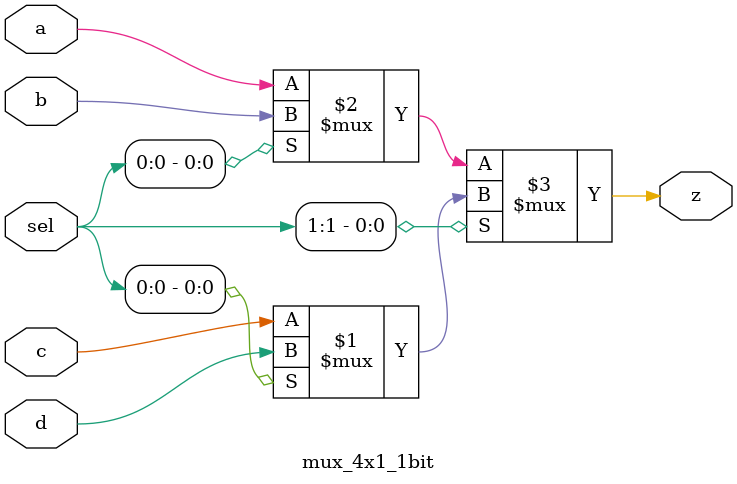
<source format=v>
`timescale 1ns / 1ps
module mux_4x1_1bit(
    input a, b, c, d,
    input [1:0] sel, 
    output z
    );
    assign z = sel[1] ? (sel[0] ? (d):(c)):(sel[0] ? (b):(a));
endmodule

</source>
